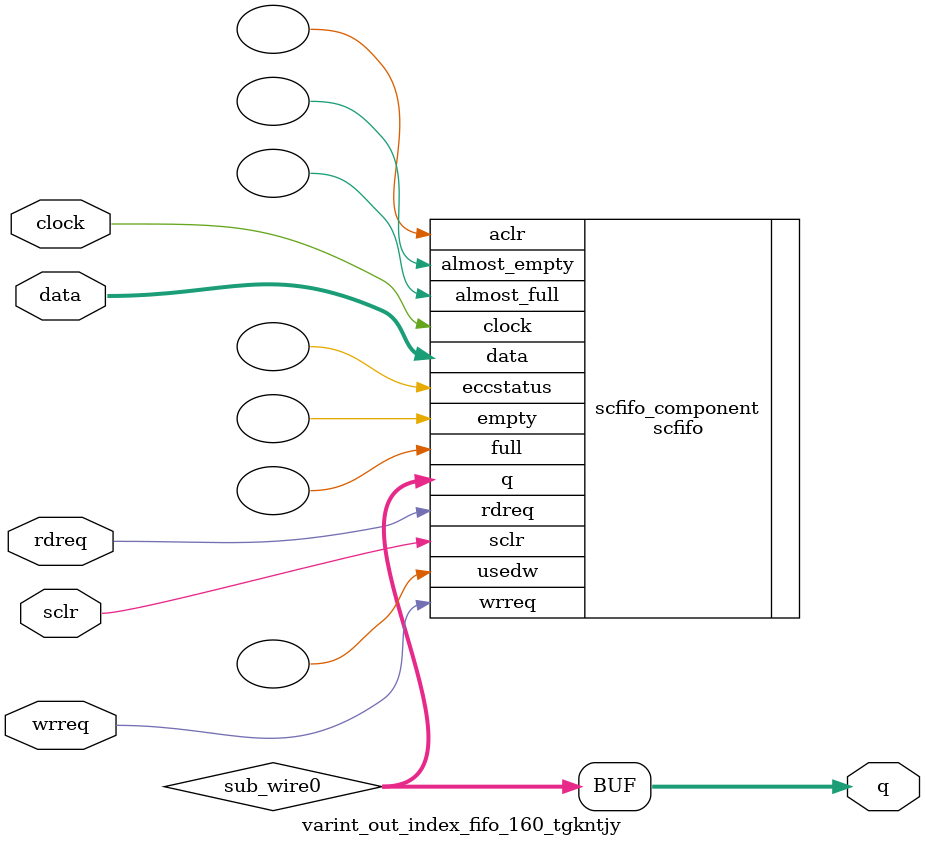
<source format=v>



`timescale 1 ps / 1 ps
// synopsys translate_on
module  varint_out_index_fifo_160_tgkntjy  (
    clock,
    data,
    rdreq,
    sclr,
    wrreq,
    q);

    input    clock;
    input  [9:0]  data;
    input    rdreq;
    input    sclr;
    input    wrreq;
    output [9:0]  q;

    wire [9:0] sub_wire0;
    wire [9:0] q = sub_wire0[9:0];

    scfifo  scfifo_component (
                .clock (clock),
                .data (data),
                .rdreq (rdreq),
                .sclr (sclr),
                .wrreq (wrreq),
                .q (sub_wire0),
                .aclr (),
                .almost_empty (),
                .almost_full (),
                .eccstatus (),
                .empty (),
                .full (),
                .usedw ());
    defparam
        scfifo_component.add_ram_output_register  = "ON",
        scfifo_component.enable_ecc  = "FALSE",
        scfifo_component.intended_device_family  = "Arria 10",
        scfifo_component.lpm_numwords  = 4096,
        scfifo_component.lpm_showahead  = "OFF",
        scfifo_component.lpm_type  = "scfifo",
        scfifo_component.lpm_width  = 10,
        scfifo_component.lpm_widthu  = 12,
        scfifo_component.overflow_checking  = "ON",
        scfifo_component.underflow_checking  = "ON",
        scfifo_component.use_eab  = "ON";


endmodule



</source>
